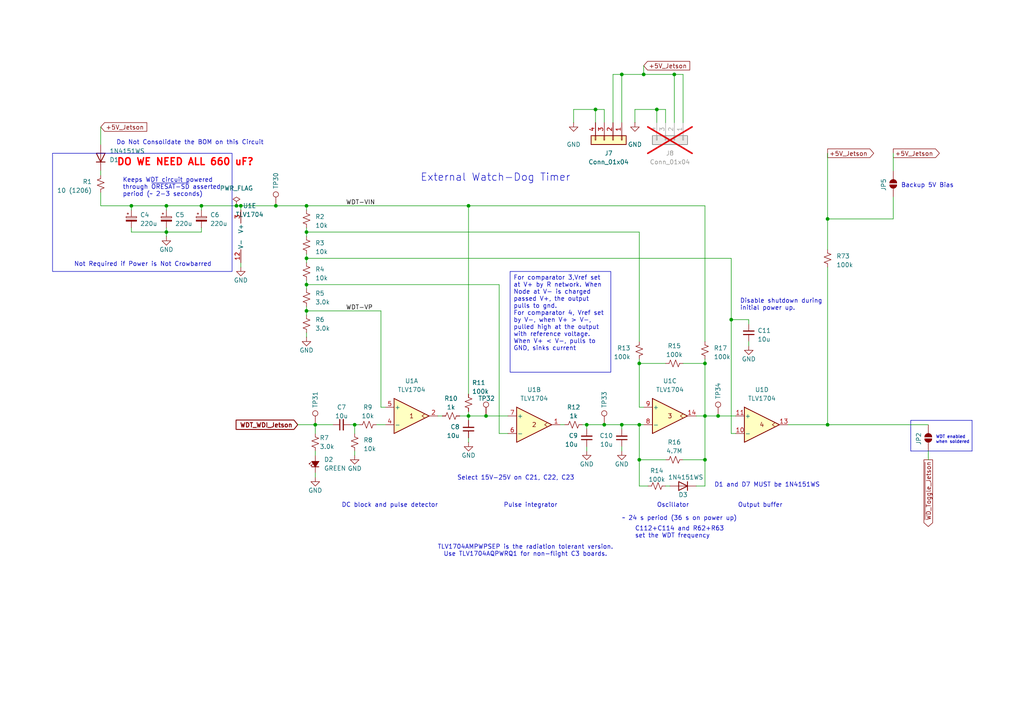
<source format=kicad_sch>
(kicad_sch (version 20250114) (generator "eeschema") (generator_version "9.0")
  (paper "A4")
  (lib_symbols
    (symbol "Connector:TestPoint" (pin_numbers (hide yes)) (pin_names (offset 0.762) (hide yes))
      (property "Reference" "TP" (at 0 6.858 0))
      (property "Value" "TestPoint" (at 0 5.08 0))
      (symbol "TestPoint_0_1"
        (circle (center 0 3.302) (radius 0.762))
      )
      (symbol "TestPoint_1_1"
        (pin passive line (at 0 0 90) (length 2.54) (name "1") (number "1"))
      )
    )
    (symbol "Connector_Generic:Conn_01x04" (pin_names (offset 1.016) (hide yes))
      (property "Reference" "J" (at 0 5.08 0))
      (property "Value" "Conn_01x04" (at 0 -7.62 0))
      (symbol "Conn_01x04_1_1"
        (rectangle (start -1.27 3.81) (end 1.27 -6.35) (stroke (width 0.254)) (fill (type background)))
        (rectangle (start -1.27 2.667) (end 0 2.413) (stroke (width 0.1524)))
        (rectangle (start -1.27 0.127) (end 0 -0.127) (stroke (width 0.1524)))
        (rectangle (start -1.27 -2.413) (end 0 -2.667) (stroke (width 0.1524)))
        (rectangle (start -1.27 -4.953) (end 0 -5.207) (stroke (width 0.1524)))
        (pin passive line (at -5.08 2.54 0) (length 3.81) (name "Pin_1") (number "1"))
        (pin passive line (at -5.08 0 0) (length 3.81) (name "Pin_2") (number "2"))
        (pin passive line (at -5.08 -2.54 0) (length 3.81) (name "Pin_3") (number "3"))
        (pin passive line (at -5.08 -5.08 0) (length 3.81) (name "Pin_4") (number "4"))
      )
    )
    (symbol "Device:C_Polarized_Small" (pin_numbers (hide yes)) (pin_names (offset 0.254) (hide yes))
      (property "Reference" "C" (at 0.254 1.778 0))
      (property "Value" "C_Polarized_Small" (at 0.254 -2.032 0))
      (symbol "C_Polarized_Small_0_1"
        (rectangle (start -1.524 0.6858) (end 1.524 0.3048))
        (rectangle (start -1.524 -0.3048) (end 1.524 -0.6858) (fill (type outline)))
        (polyline (pts (xy -1.27 1.524) (xy -0.762 1.524)))
        (polyline (pts (xy -1.016 1.27) (xy -1.016 1.778)))
      )
      (symbol "C_Polarized_Small_1_1"
        (pin passive line (at 0 2.54 270) (length 1.8542) (name "~") (number "1"))
        (pin passive line (at 0 -2.54 90) (length 1.8542) (name "~") (number "2"))
      )
    )
    (symbol "Device:C_Small" (pin_numbers (hide yes)) (pin_names (offset 0.254) (hide yes))
      (property "Reference" "C" (at 0.254 1.778 0))
      (property "Value" "C_Small" (at 0.254 -2.032 0))
      (symbol "C_Small_0_1"
        (polyline (pts (xy -1.524 0.508) (xy 1.524 0.508)) (stroke (width 0.3048)))
        (polyline (pts (xy -1.524 -0.508) (xy 1.524 -0.508)) (stroke (width 0.3302)))
      )
      (symbol "C_Small_1_1"
        (pin passive line (at 0 2.54 270) (length 2.032) (name "~") (number "1"))
        (pin passive line (at 0 -2.54 90) (length 2.032) (name "~") (number "2"))
      )
    )
    (symbol "Device:D" (pin_numbers (hide yes)) (pin_names (offset 1.016) (hide yes))
      (property "Reference" "D" (at 0 2.54 0))
      (property "Value" "D" (at 0 -2.54 0))
      (symbol "D_0_1"
        (polyline (pts (xy -1.27 1.27) (xy -1.27 -1.27)) (stroke (width 0.254)))
        (polyline (pts (xy 1.27 1.27) (xy 1.27 -1.27) (xy -1.27 0) (xy 1.27 1.27)) (stroke (width 0.254)))
        (polyline (pts (xy 1.27 0) (xy -1.27 0)))
      )
      (symbol "D_1_1"
        (pin passive line (at -3.81 0 0) (length 2.54) (name "K") (number "1"))
        (pin passive line (at 3.81 0 180) (length 2.54) (name "A") (number "2"))
      )
    )
    (symbol "Device:LED_Small_Filled" (pin_numbers (hide yes)) (pin_names (offset 0.254) (hide yes))
      (property "Reference" "D" (at -1.27 3.175 0))
      (property "Value" "LED_Small_Filled" (at -4.445 -2.54 0))
      (symbol "LED_Small_Filled_0_1"
        (polyline (pts (xy -0.762 -1.016) (xy -0.762 1.016)) (stroke (width 0.254)))
        (polyline (pts (xy 0 0.762) (xy -0.508 1.27) (xy -0.254 1.27) (xy -0.508 1.27) (xy -0.508 1.016)))
        (polyline (pts (xy 0.508 1.27) (xy 0 1.778) (xy 0.254 1.778) (xy 0 1.778) (xy 0 1.524)))
        (polyline (pts (xy 0.762 -1.016) (xy -0.762 0) (xy 0.762 1.016) (xy 0.762 -1.016)) (stroke (width 0.254)) (fill (type outline)))
        (polyline (pts (xy 1.016 0) (xy -0.762 0)))
      )
      (symbol "LED_Small_Filled_1_1"
        (pin passive line (at -2.54 0 0) (length 1.778) (name "K") (number "1"))
        (pin passive line (at 2.54 0 180) (length 1.778) (name "A") (number "2"))
      )
    )
    (symbol "Device:R_Small_US" (pin_numbers (hide yes)) (pin_names (offset 0.254) (hide yes))
      (property "Reference" "R" (at 0.762 0.508 0))
      (property "Value" "R_Small_US" (at 0.762 -1.016 0))
      (symbol "R_Small_US_1_1"
        (polyline (pts (xy 0 1.524) (xy 1.016 1.143) (xy 0 0.762) (xy -1.016 0.381) (xy 0 0)))
        (polyline (pts (xy 0 0) (xy 1.016 -0.381) (xy 0 -0.762) (xy -1.016 -1.143) (xy 0 -1.524)))
        (pin passive line (at 0 2.54 270) (length 1.016) (name "~") (number "1"))
        (pin passive line (at 0 -2.54 90) (length 1.016) (name "~") (number "2"))
      )
    )
    (symbol "Jumper:SolderJumper_2_Open" (pin_numbers (hide yes)) (pin_names (offset 0) (hide yes)) (exclude_from_sim yes) (in_bom no)
      (property "Reference" "JP" (at 0 2.032 0))
      (property "Value" "SolderJumper_2_Open" (at 0 -2.54 0))
      (symbol "SolderJumper_2_Open_0_1"
        (polyline (pts (xy -0.254 1.016) (xy -0.254 -1.016)))
        (arc (start -0.254 -1.016) (mid -1.2656 0) (end -0.254 1.016))
        (arc (start -0.254 -1.016) (mid -1.2656 0) (end -0.254 1.016) (fill (type outline)))
        (arc (start 0.254 1.016) (mid 1.2656 0) (end 0.254 -1.016))
        (arc (start 0.254 1.016) (mid 1.2656 0) (end 0.254 -1.016) (fill (type outline)))
        (polyline (pts (xy 0.254 1.016) (xy 0.254 -1.016)))
      )
      (symbol "SolderJumper_2_Open_1_1"
        (pin passive line (at -3.81 0 0) (length 2.54) (name "A") (number "1"))
        (pin passive line (at 3.81 0 180) (length 2.54) (name "B") (number "2"))
      )
    )
    (symbol "TLV1704:TLV1704AIPWR" (pin_names (offset 0.127))
      (property "Reference" "U4" (at 0 8.89 0))
      (property "Value" "TLV1704" (at 0 6.35 0))
      (symbol "TLV1704AIPWR_1_1"
        (polyline (pts (xy -5.08 5.08) (xy 5.08 0) (xy -5.08 -5.08) (xy -5.08 5.08)) (stroke (width 0.254)) (fill (type background)))
        (polyline (pts (xy 3.048 0) (xy 3.81 -0.635)))
        (polyline (pts (xy 3.81 0.635) (xy 3.048 0)))
        (text "1" (at 0 0 0) (effects (font (size 1.27 1.27))))
        (pin input line (at -7.62 2.54 0) (length 2.54) (name "+") (number "5"))
        (pin input line (at -7.62 -2.54 0) (length 2.54) (name "-") (number "4"))
        (pin open_collector line (at 7.62 0 180) (length 2.54) (name "~") (number "2"))
      )
      (symbol "TLV1704AIPWR_2_1"
        (polyline (pts (xy -5.08 5.08) (xy 5.08 0) (xy -5.08 -5.08) (xy -5.08 5.08)) (stroke (width 0.254)) (fill (type background)))
        (polyline (pts (xy 3.048 0) (xy 3.81 -0.635)))
        (polyline (pts (xy 3.81 0.635) (xy 3.048 0)))
        (text "2" (at 0 0 0) (effects (font (size 1.27 1.27))))
        (pin input line (at -7.62 2.54 0) (length 2.54) (name "+") (number "7"))
        (pin input line (at -7.62 -2.54 0) (length 2.54) (name "-") (number "6"))
        (pin open_collector line (at 7.62 0 180) (length 2.54) (name "~") (number "1"))
      )
      (symbol "TLV1704AIPWR_3_1"
        (polyline (pts (xy -5.08 5.08) (xy 5.08 0) (xy -5.08 -5.08) (xy -5.08 5.08)) (stroke (width 0.254)) (fill (type background)))
        (polyline (pts (xy 3.048 0) (xy 3.81 -0.635)))
        (polyline (pts (xy 3.81 0.635) (xy 3.048 0)))
        (text "3" (at 0 0 0) (effects (font (size 1.27 1.27))))
        (pin input line (at -7.62 2.54 0) (length 2.54) (name "+") (number "9"))
        (pin input line (at -7.62 -2.54 0) (length 2.54) (name "-") (number "8"))
        (pin open_collector line (at 7.62 0 180) (length 2.54) (name "~") (number "14"))
      )
      (symbol "TLV1704AIPWR_4_1"
        (polyline (pts (xy -5.08 5.08) (xy 5.08 0) (xy -5.08 -5.08) (xy -5.08 5.08)) (stroke (width 0.254)) (fill (type background)))
        (polyline (pts (xy 3.048 0) (xy 3.81 -0.635)))
        (polyline (pts (xy 3.81 0.635) (xy 3.048 0)))
        (text "4" (at 0 0 0) (effects (font (size 1.27 1.27))))
        (pin input line (at -7.62 2.54 0) (length 2.54) (name "+") (number "11"))
        (pin input line (at -7.62 -2.54 0) (length 2.54) (name "-") (number "10"))
        (pin open_collector line (at 7.62 0 180) (length 2.54) (name "~") (number "13"))
      )
      (symbol "TLV1704AIPWR_5_1"
        (pin power_in line (at -2.54 7.62 270) (length 3.81) (name "V+") (number "3"))
        (pin power_in line (at -2.54 -7.62 90) (length 3.81) (name "V-") (number "12"))
      )
    )
    (symbol "power:GND" (power) (pin_numbers (hide yes)) (pin_names (offset 0) (hide yes))
      (property "Value" "GND" (at 0 -3.81 0))
      (symbol "GND_0_1"
        (polyline (pts (xy 0 0) (xy 0 -1.27) (xy 1.27 -1.27) (xy 0 -2.54) (xy -1.27 -1.27) (xy 0 -1.27)))
      )
      (symbol "GND_1_1"
        (pin power_in line (at 0 0 270) (length 0) (name "~") (number "1"))
      )
    )
    (symbol "power:PWR_FLAG" (power) (pin_numbers (hide yes)) (pin_names (offset 0) (hide yes))
      (property "Value" "PWR_FLAG" (at 0 3.81 0))
      (symbol "PWR_FLAG_0_0"
        (pin power_out line (at 0 0 90) (length 0) (name "~") (number "1"))
      )
      (symbol "PWR_FLAG_0_1"
        (polyline (pts (xy 0 0) (xy 0 1.27) (xy -1.016 1.905) (xy 0 2.54) (xy 1.016 1.905) (xy 0 1.27)))
      )
    )
  )
  (rectangle (start 15.24 44.45) (end 67.31 78.74))
  (text "TLV1704AMPWPSEP is the radiation tolerant version.\nUse TLV1704AQPWRQ1 for non-flight C3 boards." (at 152.4 159.766 0) (effects (font (size 1.27 1.27))))
  (text "Keeps WDT circuit powered\nthrough ~{ORESAT-SD} asserted\nperiod (~ 2-3 seconds)" (at 35.56 57.15 0) (effects (font (size 1.27 1.27)) (justify left bottom)))
  (text "Oscillator" (at 190.5 147.32 0) (effects (font (size 1.27 1.27)) (justify left bottom)))
  (text "External Watch-Dog Timer" (at 121.92 52.832 0) (effects (font (size 2.159 2.159)) (justify left bottom)))
  (text "Backup 5V Bias" (at 268.986 53.848 0) (effects (font (size 1.27 1.27))))
  (text "Disable shutdown during\ninitial power up." (at 214.63 90.17 0) (effects (font (size 1.27 1.27)) (justify left bottom)))
  (text "Not Required if Power is Not Crowbarred " (at 41.91 76.708 0) (effects (font (size 1.27 1.27))))
  (text "Pulse integrator" (at 146.05 147.32 0) (effects (font (size 1.27 1.27)) (justify left bottom)))
  (text "C112+C114 and R62+R63 \nset the WDT frequency" (at 184.15 156.21 0) (effects (font (size 1.27 1.27)) (justify left bottom)))
  (text "DO WE NEED ALL 660 uF?" (at 33.782 48.26 0) (effects (font (size 2 2) (thickness 0.4) (bold yes)) (justify left bottom)))
  (text "~ 24 s period (36 s on power up)" (at 180.34 151.13 0) (effects (font (size 1.27 1.27)) (justify left bottom)))
  (text "D1 and D7 MUST be 1N4151WS" (at 222.504 140.716 0) (effects (font (size 1.27 1.27))))
  (text "Do Not Consolidate the BOM on this Circuit" (at 55.118 41.402 0) (effects (font (size 1.27 1.27))))
  (text "Select 15V-25V on C21, C22, C23" (at 149.606 138.684 0) (effects (font (size 1.27 1.27))))
  (text "Output buffer" (at 213.995 147.32 0) (effects (font (size 1.27 1.27)) (justify left bottom)))
  (text "WDT enabled\nwhen soldered" (at 271.399 128.778 0) (effects (font (size 0.889 0.889)) (justify left bottom)))
  (text "DC block and pulse detector" (at 99.06 147.32 0) (effects (font (size 1.27 1.27)) (justify left bottom)))
  (text_box "For comparator 3,Vref set at V+ by R network. When Node at V- is charged passed V+, the output pulls to gnd.\nFor comparator 4, Vref set by V-, when V+ > V-, pulled high at the output with reference voltage. When V+ < V-, pulls to GND, sinks current\n\n" (at 147.955 78.74 0) (size 29.21 29.21) (margins 0.9525 0.9525 0.9525 0.9525) (effects (font (size 1.27 1.27)) (justify left top)))
  (junction (at 102.87 123.19))
  (junction (at 180.34 21.59))
  (junction (at 204.47 120.65))
  (junction (at 88.9 74.93))
  (junction (at 204.47 105.41))
  (junction (at 88.9 90.17))
  (junction (at 186.69 21.59))
  (junction (at 204.47 133.35))
  (junction (at 185.42 105.41))
  (junction (at 240.03 123.19))
  (junction (at 185.42 133.35))
  (junction (at 58.42 59.69))
  (junction (at 180.34 123.19))
  (junction (at 240.03 63.5))
  (junction (at 172.72 31.75))
  (junction (at 80.01 59.69))
  (junction (at 135.89 59.69))
  (junction (at 48.26 59.69))
  (junction (at 195.58 21.59))
  (junction (at 38.1 59.69))
  (junction (at 185.42 123.19))
  (junction (at 68.58 59.69))
  (junction (at 88.9 59.69))
  (junction (at 91.44 123.19))
  (junction (at 175.26 123.19))
  (junction (at 69.85 59.69))
  (junction (at 170.18 123.19))
  (junction (at 212.09 92.71))
  (junction (at 48.26 67.31))
  (junction (at 190.5 31.75))
  (junction (at 140.97 120.65))
  (junction (at 135.89 120.65))
  (junction (at 88.9 67.31))
  (junction (at 208.28 120.65))
  (junction (at 88.9 82.55))
  (wire (pts (xy 58.42 66.04) (xy 58.42 67.31)))
  (wire (pts (xy 88.9 82.55) (xy 88.9 83.82)))
  (wire (pts (xy 58.42 59.69) (xy 68.58 59.69)))
  (wire (pts (xy 68.58 59.69) (xy 69.85 59.69)))
  (wire (pts (xy 88.9 90.17) (xy 88.9 91.44)))
  (wire (pts (xy 48.26 67.31) (xy 48.26 68.58)))
  (wire (pts (xy 217.17 100.33) (xy 217.17 99.06)))
  (wire (pts (xy 172.72 31.75) (xy 166.37 31.75)))
  (wire (pts (xy 180.34 123.19) (xy 185.42 123.19)))
  (wire (pts (xy 69.85 77.47) (xy 69.85 76.2)))
  (wire (pts (xy 180.34 21.59) (xy 186.69 21.59)))
  (wire (pts (xy 88.9 90.17) (xy 110.49 90.17)))
  (wire (pts (xy 204.47 120.65) (xy 208.28 120.65)))
  (wire (pts (xy 135.89 120.65) (xy 140.97 120.65)))
  (wire (pts (xy 204.47 140.97) (xy 204.47 133.35)))
  (wire (pts (xy 140.97 120.65) (xy 147.32 120.65)))
  (wire (pts (xy 88.9 82.55) (xy 144.78 82.55)))
  (wire (pts (xy 110.49 90.17) (xy 110.49 118.11)))
  (wire (pts (xy 162.56 123.19) (xy 163.83 123.19)))
  (wire (pts (xy 88.9 67.31) (xy 185.42 67.31)))
  (wire (pts (xy 184.15 31.75) (xy 184.15 35.56)))
  (wire (pts (xy 212.09 92.71) (xy 217.17 92.71)))
  (wire (pts (xy 48.26 67.31) (xy 58.42 67.31)))
  (wire (pts (xy 88.9 81.28) (xy 88.9 82.55)))
  (wire (pts (xy 177.8 21.59) (xy 180.34 21.59)))
  (wire (pts (xy 190.5 35.56) (xy 190.5 31.75)))
  (wire (pts (xy 212.09 92.71) (xy 212.09 125.73)))
  (wire (pts (xy 86.36 123.19) (xy 91.44 123.19)))
  (wire (pts (xy 204.47 104.14) (xy 204.47 105.41)))
  (wire (pts (xy 217.17 93.98) (xy 217.17 92.71)))
  (wire (pts (xy 201.93 120.65) (xy 204.47 120.65)))
  (wire (pts (xy 193.04 140.97) (xy 194.31 140.97)))
  (wire (pts (xy 38.1 59.69) (xy 48.26 59.69)))
  (wire (pts (xy 177.8 35.56) (xy 177.8 21.59)))
  (wire (pts (xy 102.87 130.81) (xy 102.87 132.08)))
  (wire (pts (xy 204.47 105.41) (xy 204.47 120.65)))
  (wire (pts (xy 133.35 120.65) (xy 135.89 120.65)))
  (wire (pts (xy 190.5 31.75) (xy 184.15 31.75)))
  (wire (pts (xy 175.26 31.75) (xy 175.26 35.56)))
  (wire (pts (xy 185.42 140.97) (xy 187.96 140.97)))
  (wire (pts (xy 240.03 77.47) (xy 240.03 123.19)))
  (wire (pts (xy 198.12 35.56) (xy 198.12 21.59)))
  (wire (pts (xy 29.21 59.69) (xy 38.1 59.69)))
  (wire (pts (xy 269.24 130.81) (xy 269.24 133.35)))
  (wire (pts (xy 29.21 36.83) (xy 29.21 41.91)))
  (wire (pts (xy 88.9 88.9) (xy 88.9 90.17)))
  (wire (pts (xy 228.6 123.19) (xy 240.03 123.19)))
  (wire (pts (xy 185.42 104.14) (xy 185.42 105.41)))
  (wire (pts (xy 172.72 35.56) (xy 172.72 31.75)))
  (wire (pts (xy 185.42 140.97) (xy 185.42 133.35)))
  (wire (pts (xy 135.89 128.27) (xy 135.89 127)))
  (wire (pts (xy 88.9 73.66) (xy 88.9 74.93)))
  (wire (pts (xy 91.44 125.73) (xy 91.44 123.19)))
  (wire (pts (xy 170.18 123.19) (xy 175.26 123.19)))
  (wire (pts (xy 259.08 57.15) (xy 259.08 63.5)))
  (wire (pts (xy 201.93 140.97) (xy 204.47 140.97)))
  (wire (pts (xy 240.03 63.5) (xy 240.03 72.39)))
  (wire (pts (xy 185.42 99.06) (xy 185.42 67.31)))
  (wire (pts (xy 91.44 130.81) (xy 91.44 132.08)))
  (polyline (pts (xy 264.16 121.92) (xy 281.94 121.92)))
  (wire (pts (xy 175.26 123.19) (xy 180.34 123.19)))
  (polyline (pts (xy 264.16 130.81) (xy 264.16 121.92)))
  (wire (pts (xy 193.04 31.75) (xy 193.04 35.56)))
  (wire (pts (xy 185.42 118.11) (xy 185.42 105.41)))
  (wire (pts (xy 58.42 60.96) (xy 58.42 59.69)))
  (wire (pts (xy 193.04 133.35) (xy 185.42 133.35)))
  (wire (pts (xy 69.85 59.69) (xy 80.01 59.69)))
  (wire (pts (xy 135.89 59.69) (xy 135.89 114.3)))
  (wire (pts (xy 135.89 120.65) (xy 135.89 121.92)))
  (wire (pts (xy 208.28 120.65) (xy 213.36 120.65)))
  (wire (pts (xy 102.87 123.19) (xy 102.87 125.73)))
  (wire (pts (xy 135.89 120.65) (xy 135.89 119.38)))
  (wire (pts (xy 29.21 49.53) (xy 29.21 50.8)))
  (wire (pts (xy 212.09 74.93) (xy 212.09 92.71)))
  (wire (pts (xy 48.26 66.04) (xy 48.26 67.31)))
  (wire (pts (xy 198.12 133.35) (xy 204.47 133.35)))
  (wire (pts (xy 88.9 74.93) (xy 212.09 74.93)))
  (wire (pts (xy 240.03 123.19) (xy 269.24 123.19)))
  (wire (pts (xy 69.85 60.96) (xy 69.85 59.69)))
  (wire (pts (xy 88.9 67.31) (xy 88.9 68.58)))
  (wire (pts (xy 80.01 59.69) (xy 88.9 59.69)))
  (wire (pts (xy 88.9 96.52) (xy 88.9 97.79)))
  (wire (pts (xy 135.89 59.69) (xy 88.9 59.69)))
  (wire (pts (xy 170.18 123.19) (xy 170.18 124.46)))
  (wire (pts (xy 198.12 105.41) (xy 204.47 105.41)))
  (wire (pts (xy 180.34 124.46) (xy 180.34 123.19)))
  (wire (pts (xy 135.89 59.69) (xy 204.47 59.69)))
  (polyline (pts (xy 281.94 121.92) (xy 281.94 130.81)))
  (wire (pts (xy 88.9 60.96) (xy 88.9 59.69)))
  (wire (pts (xy 48.26 67.31) (xy 38.1 67.31)))
  (wire (pts (xy 91.44 138.43) (xy 91.44 137.16)))
  (wire (pts (xy 185.42 133.35) (xy 185.42 123.19)))
  (wire (pts (xy 88.9 74.93) (xy 88.9 76.2)))
  (wire (pts (xy 144.78 125.73) (xy 147.32 125.73)))
  (wire (pts (xy 180.34 130.81) (xy 180.34 129.54)))
  (wire (pts (xy 144.78 82.55) (xy 144.78 125.73)))
  (wire (pts (xy 185.42 105.41) (xy 193.04 105.41)))
  (wire (pts (xy 48.26 59.69) (xy 58.42 59.69)))
  (wire (pts (xy 240.03 44.45) (xy 240.03 63.5)))
  (wire (pts (xy 48.26 59.69) (xy 48.26 60.96)))
  (wire (pts (xy 166.37 31.75) (xy 166.37 35.56)))
  (wire (pts (xy 127 120.65) (xy 128.27 120.65)))
  (wire (pts (xy 168.91 123.19) (xy 170.18 123.19)))
  (wire (pts (xy 195.58 21.59) (xy 186.69 21.59)))
  (wire (pts (xy 29.21 55.88) (xy 29.21 59.69)))
  (wire (pts (xy 190.5 31.75) (xy 193.04 31.75)))
  (wire (pts (xy 172.72 31.75) (xy 175.26 31.75)))
  (wire (pts (xy 170.18 130.81) (xy 170.18 129.54)))
  (wire (pts (xy 186.69 118.11) (xy 185.42 118.11)))
  (wire (pts (xy 259.08 44.45) (xy 259.08 49.53)))
  (wire (pts (xy 198.12 21.59) (xy 195.58 21.59)))
  (wire (pts (xy 101.6 123.19) (xy 102.87 123.19)))
  (wire (pts (xy 102.87 123.19) (xy 104.14 123.19)))
  (wire (pts (xy 204.47 99.06) (xy 204.47 59.69)))
  (wire (pts (xy 195.58 35.56) (xy 195.58 21.59)))
  (wire (pts (xy 38.1 59.69) (xy 38.1 60.96)))
  (wire (pts (xy 186.69 21.59) (xy 186.69 19.05)))
  (wire (pts (xy 212.09 125.73) (xy 213.36 125.73)))
  (wire (pts (xy 204.47 133.35) (xy 204.47 120.65)))
  (wire (pts (xy 180.34 21.59) (xy 180.34 35.56)))
  (wire (pts (xy 88.9 66.04) (xy 88.9 67.31)))
  (wire (pts (xy 259.08 63.5) (xy 240.03 63.5)))
  (polyline (pts (xy 281.94 130.81) (xy 264.16 130.81)))
  (wire (pts (xy 38.1 66.04) (xy 38.1 67.31)))
  (wire (pts (xy 185.42 123.19) (xy 186.69 123.19)))
  (wire (pts (xy 91.44 123.19) (xy 96.52 123.19)))
  (wire (pts (xy 110.49 118.11) (xy 111.76 118.11)))
  (wire (pts (xy 109.22 123.19) (xy 111.76 123.19)))
  (label "WDT-VP" (at 100.33 90.17 0))
  (label "WDT-VIN" (at 100.33 59.69 0))
  (global_label "+5V_Jetson" (shape input) (at 29.21 36.83 0) (property "Intersheetrefs" "${INTERSHEET_REFS}" (effects (hide yes))))
  (global_label "+5V_Jetson" (shape output) (at 240.03 44.45 0) (property "Intersheetrefs" "${INTERSHEET_REFS}" (effects (hide yes))))
  (global_label "~{WD_Toggle_Jetson}" (shape output) (at 269.24 133.35 270) (property "Intersheetrefs" "${INTERSHEET_REFS}" (effects (hide yes))))
  (global_label "+5V_Jetson" (shape output) (at 259.08 44.45 0) (property "Intersheetrefs" "${INTERSHEET_REFS}" (effects (hide yes))))
  (global_label "WDT_WDI_Jetson" (shape input) (at 86.36 123.19 180) (effects (font (thickness 0.254) (bold yes))) (property "Intersheetrefs" "${INTERSHEET_REFS}" (effects (hide yes))))
  (global_label "+5V_Jetson" (shape input) (at 186.69 19.05 0) (property "Intersheetrefs" "${INTERSHEET_REFS}" (effects (hide yes))))
  (symbol (lib_id "Device:C_Small") (at 135.89 124.46 0) (mirror x) (unit 1)
    (property "Reference" "C8" (at 133.35 123.8186 0) (effects (justify right)))
    (property "Value" "10u" (at 133.35 126.3586 0) (effects (justify right)))
    (property "Footprint" "Capacitor_SMD:C_1210_3225Metric" (effects (hide yes)))
    (property "Description" "Unpolarized capacitor, small symbol" (effects (hide yes)))
    (property "DPN" "490-12317-1-ND" (effects (hide yes)))
    (property "DST" "Digi-Key" (effects (hide yes)))
    (property "MFR" "Murata" (effects (hide yes)))
    (property "MPN" "GRT188R61C106KE13D" (effects (hide yes)))
  )
  (symbol (lib_id "Device:R_Small_US") (at 91.44 128.27 0) (unit 1)
    (property "Reference" "R7" (at 92.71 127 0) (effects (justify left)))
    (property "Value" "3.0k" (at 92.71 129.54 0) (effects (justify left)))
    (property "Footprint" "Resistor_SMD:R_0603_1608Metric" (effects (hide yes)))
    (property "Description" "Resistor, small US symbol" (effects (hide yes)))
    (property "DPN" "RMCF0603FT3K00CT-ND" (effects (hide yes)))
    (property "DST" "Digi-Key" (effects (hide yes)))
    (property "MFR" "Stackpole Electronics Inc" (effects (hide yes)))
    (property "MPN" "RMCF0603FT3K00" (effects (hide yes)))
  )
  (symbol (lib_id "Connector_Generic:Conn_01x04") (at 195.58 40.64 270) (unit 1) (on_board no) (dnp yes)
    (property "Reference" "J8" (at 194.31 44.45 90))
    (property "Value" "Conn_01x04" (at 194.31 46.99 90))
    (property "Footprint" "Connector_PinSocket_2.54mm:PinSocket_1x04_P2.54mm_Vertical" (effects (hide yes)))
    (property "Description" "Generic connector, single row, 01x04, script generated (kicad-library-utils/schlib/autogen/connector/)" (effects (hide yes)))
  )
  (symbol (lib_id "power:GND") (at 170.18 130.81 0) (mirror y) (unit 1)
    (property "Reference" "#PWR011" (effects (hide yes)))
    (property "Value" "GND" (at 170.18 134.62 0))
    (property "Description" "Power symbol creates a global label with name \"GND\" , ground" (effects (hide yes)))
  )
  (symbol (lib_id "power:GND") (at 102.87 132.08 0) (unit 1)
    (property "Reference" "#PWR08" (effects (hide yes)))
    (property "Value" "GND" (at 102.87 135.89 0))
    (property "Description" "Power symbol creates a global label with name \"GND\" , ground" (effects (hide yes)))
  )
  (symbol (lib_id "Device:D") (at 29.21 45.72 270) (mirror x) (unit 1)
    (property "Reference" "D1" (at 31.75 46.355 90) (effects (justify left)))
    (property "Value" "1N4151WS" (at 31.75 43.815 90) (effects (justify left)))
    (property "Footprint" "Diode_SMD:D_SOD-323" (effects (hide yes)))
    (property "Description" "Diode" (effects (hide yes)))
    (property "DPN" "112-1N4151WS-E3-08CT-ND" (effects (hide yes)))
    (property "DST" "Digi-Key" (effects (hide yes)))
    (property "MFR" "Vishay" (effects (hide yes)))
    (property "MPN" "1N4151WS-E3-08" (effects (hide yes)))
    (property "Sim.Device" "D" (effects (hide yes)))
    (property "Sim.Pins" "1=K 2=A" (effects (hide yes)))
  )
  (symbol (lib_id "TLV1704:TLV1704AIPWR") (at 72.39 68.58 0) (unit 5)
    (property "Reference" "U1" (at 72.39 59.69 0))
    (property "Value" "TLV1704" (at 72.39 62.23 0))
    (property "Footprint" "Package_SO:TSSOP-14_4.4x5mm_P0.65mm" (effects (hide yes)))
    (property "Datasheet" "https://www.ti.com/lit/ds/symlink/tlv1704-sep.pdf" (effects (hide yes)))
    (property "Description" "Analog Comparators 2.2-V to 36-V, radiation tolerant microPower quad comparator in space enhanced plastic 14-TSSOP -55 to 125" (effects (hide yes)))
    (property "MFR" "Texas Instruments" (effects (hide yes)))
    (property "MPN" "TLV1704AQPWRQ1" (effects (hide yes)))
    (property "DST" "Digi-Key" (effects (hide yes)))
    (property "DPN" "296-43799-2-ND" (effects (hide yes)))
  )
  (symbol (lib_id "Connector:TestPoint") (at 175.26 123.19 0) (unit 1)
    (property "Reference" "TP33" (at 175.26 118.364 90) (effects (justify left)))
    (property "Value" "TestPoint" (effects (hide yes)))
    (property "Footprint" "TestPoint:TestPoint_Pad_1.0x1.0mm" (effects (hide yes)))
    (property "Description" "test point" (effects (hide yes)))
  )
  (symbol (lib_id "Device:R_Small_US") (at 88.9 71.12 0) (unit 1)
    (property "Reference" "R3" (at 91.44 70.485 0) (effects (justify left)))
    (property "Value" "10k" (at 91.44 73.025 0) (effects (justify left)))
    (property "Footprint" "Resistor_SMD:R_0603_1608Metric" (effects (hide yes)))
    (property "Description" "Resistor, small US symbol" (effects (hide yes)))
    (property "DPN" "RMCF0603FT10K0CT-ND" (effects (hide yes)))
    (property "DST" "Digi-Key" (effects (hide yes)))
    (property "MFR" "Stackpole Electronics Inc" (effects (hide yes)))
    (property "MPN" "RMCF0603FT10K0" (effects (hide yes)))
  )
  (symbol (lib_id "Connector_Generic:Conn_01x04") (at 177.8 40.64 270) (unit 1)
    (property "Reference" "J7" (at 176.53 44.45 90))
    (property "Value" "Conn_01x04" (at 176.53 46.99 90))
    (property "Footprint" "Connector_PinSocket_2.54mm:PinSocket_1x04_P2.54mm_Vertical" (effects (hide yes)))
    (property "Description" "Generic connector, single row, 01x04, script generated (kicad-library-utils/schlib/autogen/connector/)" (effects (hide yes)))
  )
  (symbol (lib_id "Connector:TestPoint") (at 80.01 59.69 0) (unit 1)
    (property "Reference" "TP30" (at 80.01 54.864 90) (effects (justify left)))
    (property "Value" "TestPoint" (effects (hide yes)))
    (property "Footprint" "TestPoint:TestPoint_Pad_1.0x1.0mm" (effects (hide yes)))
    (property "Description" "test point" (effects (hide yes)))
  )
  (symbol (lib_id "Jumper:SolderJumper_2_Open") (at 269.24 127 270) (unit 1)
    (property "Reference" "JP2" (at 266.446 127.254 0))
    (property "Value" "SolderJumper_2_Open" (effects (hide yes)))
    (property "Footprint" "Jumper:SolderJumper-2_P1.3mm_Open_RoundedPad1.0x1.5mm" (effects (hide yes)))
    (property "Description" "Solder Jumper, 2-pole, open" (effects (hide yes)))
  )
  (symbol (lib_id "Device:R_Small_US") (at 185.42 101.6 0) (mirror x) (unit 1)
    (property "Reference" "R13" (at 182.88 100.965 0) (effects (justify right)))
    (property "Value" "100k" (at 182.88 103.505 0) (effects (justify right)))
    (property "Footprint" "Resistor_SMD:R_0603_1608Metric" (effects (hide yes)))
    (property "Description" "Resistor, small US symbol" (effects (hide yes)))
    (property "DPN" "RMCF0603FT100KCT-ND" (effects (hide yes)))
    (property "DST" "Digi-Key" (effects (hide yes)))
    (property "MFR" "Stackpole Electronics Inc" (effects (hide yes)))
    (property "MPN" "RMCF0603FT100K" (effects (hide yes)))
  )
  (symbol (lib_id "Device:R_Small_US") (at 240.03 74.93 180) (unit 1)
    (property "Reference" "R73" (at 242.57 74.295 0) (effects (justify right)))
    (property "Value" "100k" (at 242.57 76.835 0) (effects (justify right)))
    (property "Footprint" "Resistor_SMD:R_0603_1608Metric" (effects (hide yes)))
    (property "Description" "Resistor, small US symbol" (effects (hide yes)))
    (property "DPN" "RMCF0603FT100KCT-ND" (effects (hide yes)))
    (property "DST" "Digi-Key" (effects (hide yes)))
    (property "MFR" "Stackpole Electronics Inc" (effects (hide yes)))
    (property "MPN" "RMCF0603FT100K" (effects (hide yes)))
  )
  (symbol (lib_id "Device:R_Small_US") (at 88.9 78.74 0) (unit 1)
    (property "Reference" "R4" (at 91.44 78.105 0) (effects (justify left)))
    (property "Value" "10k" (at 91.44 80.645 0) (effects (justify left)))
    (property "Footprint" "Resistor_SMD:R_0603_1608Metric" (effects (hide yes)))
    (property "Description" "Resistor, small US symbol" (effects (hide yes)))
    (property "DPN" "RMCF0603FT10K0CT-ND" (effects (hide yes)))
    (property "DST" "Digi-Key" (effects (hide yes)))
    (property "MFR" "Stackpole Electronics Inc" (effects (hide yes)))
    (property "MPN" "RMCF0603FT10K0" (effects (hide yes)))
  )
  (symbol (lib_id "Device:LED_Small_Filled") (at 91.44 134.62 90) (unit 1)
    (property "Reference" "D2" (at 93.98 133.2865 90) (effects (justify right)))
    (property "Value" "GREEN" (at 93.98 135.8265 90) (effects (justify right)))
    (property "Footprint" "LED_SMD:LED_0603_1608Metric" (effects (hide yes)))
    (property "Description" "Light emitting diode, small symbol, filled shape" (effects (hide yes)))
    (property "DPN" "732-4971-1-ND" (effects (hide yes)))
    (property "DST" "Digi-Key" (effects (hide yes)))
    (property "MFR" "Wurth" (effects (hide yes)))
    (property "MPN" "150060GS75000" (effects (hide yes)))
    (property "Sim.Pins" "1=K 2=A" (effects (hide yes)))
  )
  (symbol (lib_id "Device:R_Small_US") (at 88.9 63.5 0) (unit 1)
    (property "Reference" "R2" (at 91.44 62.865 0) (effects (justify left)))
    (property "Value" "10k" (at 91.44 65.405 0) (effects (justify left)))
    (property "Footprint" "Resistor_SMD:R_0603_1608Metric" (effects (hide yes)))
    (property "Description" "Resistor, small US symbol" (effects (hide yes)))
    (property "DPN" "RMCF0603FT10K0CT-ND" (effects (hide yes)))
    (property "DST" "Digi-Key" (effects (hide yes)))
    (property "MFR" "Stackpole Electronics Inc" (effects (hide yes)))
    (property "MPN" "RMCF0603FT10K0" (effects (hide yes)))
  )
  (symbol (lib_id "Device:C_Small") (at 170.18 127 0) (mirror x) (unit 1)
    (property "Reference" "C9" (at 167.64 126.3586 0) (effects (justify right)))
    (property "Value" "10u" (at 167.64 128.8986 0) (effects (justify right)))
    (property "Footprint" "Capacitor_SMD:C_1210_3225Metric" (effects (hide yes)))
    (property "Description" "Unpolarized capacitor, small symbol" (effects (hide yes)))
    (property "DPN" "490-12317-1-ND" (effects (hide yes)))
    (property "DST" "Digi-Key" (effects (hide yes)))
    (property "MFR" "Murata" (effects (hide yes)))
    (property "MPN" "GRT188R61C106KE13D" (effects (hide yes)))
  )
  (symbol (lib_id "power:PWR_FLAG") (at 68.58 59.69 0) (unit 1)
    (property "Reference" "#FLG03" (effects (hide yes)))
    (property "Value" "PWR_FLAG" (at 68.58 54.61 0))
    (property "Description" "Special symbol for telling ERC where power comes from" (effects (hide yes)))
  )
  (symbol (lib_id "Device:C_Small") (at 99.06 123.19 90) (unit 1)
    (property "Reference" "C7" (at 99.0663 118.11 90))
    (property "Value" "10u" (at 99.0663 120.65 90))
    (property "Footprint" "Capacitor_SMD:C_1210_3225Metric" (effects (hide yes)))
    (property "Description" "Unpolarized capacitor, small symbol" (effects (hide yes)))
    (property "DPN" "490-12317-1-ND" (effects (hide yes)))
    (property "DST" "Digi-Key" (effects (hide yes)))
    (property "MFR" "Murata" (effects (hide yes)))
    (property "MPN" "GRT188R61C106KE13D" (effects (hide yes)))
  )
  (symbol (lib_id "Connector:TestPoint") (at 140.97 120.65 0) (unit 1)
    (property "Reference" "TP32" (at 138.684 115.57 0) (effects (justify left)))
    (property "Value" "TestPoint" (effects (hide yes)))
    (property "Footprint" "TestPoint:TestPoint_Pad_1.0x1.0mm" (effects (hide yes)))
    (property "Description" "test point" (effects (hide yes)))
  )
  (symbol (lib_id "TLV1704:TLV1704AIPWR") (at 194.31 120.65 0) (unit 3)
    (property "Reference" "U1" (at 194.31 110.49 0))
    (property "Value" "TLV1704" (at 194.31 113.03 0))
    (property "Footprint" "Package_SO:TSSOP-14_4.4x5mm_P0.65mm" (effects (hide yes)))
    (property "Datasheet" "https://www.ti.com/lit/ds/symlink/tlv1704-sep.pdf" (effects (hide yes)))
    (property "Description" "Analog Comparators 2.2-V to 36-V, radiation tolerant microPower quad comparator in space enhanced plastic 14-TSSOP -55 to 125" (effects (hide yes)))
    (property "MFR" "Texas Instruments" (effects (hide yes)))
    (property "MPN" "TLV1704AQPWRQ1" (effects (hide yes)))
    (property "DST" "Digi-Key" (effects (hide yes)))
    (property "DPN" "296-43799-2-ND" (effects (hide yes)))
  )
  (symbol (lib_id "TLV1704:TLV1704AIPWR") (at 154.94 123.19 0) (unit 2)
    (property "Reference" "U1" (at 154.94 113.03 0))
    (property "Value" "TLV1704" (at 154.94 115.57 0))
    (property "Footprint" "Package_SO:TSSOP-14_4.4x5mm_P0.65mm" (effects (hide yes)))
    (property "Datasheet" "https://www.ti.com/lit/ds/symlink/tlv1704-sep.pdf" (effects (hide yes)))
    (property "Description" "Analog Comparators 2.2-V to 36-V, radiation tolerant microPower quad comparator in space enhanced plastic 14-TSSOP -55 to 125" (effects (hide yes)))
    (property "MFR" "Texas Instruments" (effects (hide yes)))
    (property "MPN" "TLV1704AQPWRQ1" (effects (hide yes)))
    (property "DST" "Digi-Key" (effects (hide yes)))
    (property "DPN" "296-43799-2-ND" (effects (hide yes)))
  )
  (symbol (lib_id "Device:R_Small_US") (at 88.9 86.36 0) (unit 1)
    (property "Reference" "R5" (at 91.44 85.09 0) (effects (justify left)))
    (property "Value" "3.0k" (at 91.44 87.63 0) (effects (justify left)))
    (property "Footprint" "Resistor_SMD:R_0603_1608Metric" (effects (hide yes)))
    (property "Description" "Resistor, small US symbol" (effects (hide yes)))
    (property "DPN" "RMCF0603FT3K00CT-ND" (effects (hide yes)))
    (property "DST" "Digi-Key" (effects (hide yes)))
    (property "MFR" "Stackpole Electronics Inc" (effects (hide yes)))
    (property "MPN" "RMCF0603FT3K00" (effects (hide yes)))
  )
  (symbol (lib_id "Device:R_Small_US") (at 88.9 93.98 0) (unit 1)
    (property "Reference" "R6" (at 91.44 92.71 0) (effects (justify left)))
    (property "Value" "3.0k" (at 91.44 95.25 0) (effects (justify left)))
    (property "Footprint" "Resistor_SMD:R_0603_1608Metric" (effects (hide yes)))
    (property "Description" "Resistor, small US symbol" (effects (hide yes)))
    (property "DPN" "RMCF0603FT3K00CT-ND" (effects (hide yes)))
    (property "DST" "Digi-Key" (effects (hide yes)))
    (property "MFR" "Stackpole Electronics Inc" (effects (hide yes)))
    (property "MPN" "RMCF0603FT3K00" (effects (hide yes)))
  )
  (symbol (lib_id "power:GND") (at 135.89 128.27 0) (unit 1)
    (property "Reference" "#PWR09" (effects (hide yes)))
    (property "Value" "GND" (at 135.89 132.08 0))
    (property "Description" "Power symbol creates a global label with name \"GND\" , ground" (effects (hide yes)))
  )
  (symbol (lib_id "Device:C_Polarized_Small") (at 38.1 63.5 0) (unit 1)
    (property "Reference" "C4" (at 40.64 62.3189 0) (effects (justify left)))
    (property "Value" "220u" (at 40.64 64.8589 0) (effects (justify left)))
    (property "Footprint" "Capacitor_Tantalum_SMD:CP_EIA-7361-38_AVX-V" (effects (hide yes)))
    (property "Description" "Polarized capacitor, small symbol" (effects (hide yes)))
    (property "DPN" "478-12518-2-ND" (effects (hide yes)))
    (property "DST" "Digi-Key" (effects (hide yes)))
    (property "MFR" "Kyocera AVX" (effects (hide yes)))
    (property "MPN" "TCN4227M025R0100" (effects (hide yes)))
  )
  (symbol (lib_id "Device:R_Small_US") (at 190.5 140.97 270) (unit 1)
    (property "Reference" "R14" (at 190.5 136.525 90))
    (property "Value" "100k" (at 190.5 139.065 90))
    (property "Footprint" "Resistor_SMD:R_0603_1608Metric" (effects (hide yes)))
    (property "Description" "Resistor, small US symbol" (effects (hide yes)))
    (property "DPN" "RMCF0603FT100KCT-ND" (effects (hide yes)))
    (property "DST" "Digi-Key" (effects (hide yes)))
    (property "MFR" "Stackpole Electronics Inc" (effects (hide yes)))
    (property "MPN" "RMCF0603FT100K" (effects (hide yes)))
  )
  (symbol (lib_id "power:GND") (at 91.44 138.43 0) (unit 1)
    (property "Reference" "#PWR07" (effects (hide yes)))
    (property "Value" "GND" (at 91.44 142.24 0))
    (property "Description" "Power symbol creates a global label with name \"GND\" , ground" (effects (hide yes)))
  )
  (symbol (lib_id "Device:D") (at 198.12 140.97 180) (unit 1)
    (property "Reference" "D3" (at 198.12 143.51 0))
    (property "Value" "1N4151WS" (at 198.882 138.43 0))
    (property "Footprint" "Diode_SMD:D_SOD-323" (effects (hide yes)))
    (property "Description" "Diode" (effects (hide yes)))
    (property "DPN" "112-1N4151WS-E3-08CT-ND" (effects (hide yes)))
    (property "DST" "Digi-Key" (effects (hide yes)))
    (property "MFR" "Vishay" (effects (hide yes)))
    (property "MPN" "1N4151WS-E3-08" (effects (hide yes)))
    (property "Sim.Device" "D" (effects (hide yes)))
    (property "Sim.Pins" "1=K 2=A" (effects (hide yes)))
  )
  (symbol (lib_id "power:GND") (at 217.17 100.33 0) (mirror y) (unit 1)
    (property "Reference" "#PWR014" (effects (hide yes)))
    (property "Value" "GND" (at 217.17 104.14 0))
    (property "Description" "Power symbol creates a global label with name \"GND\" , ground" (effects (hide yes)))
  )
  (symbol (lib_id "Device:R_Small_US") (at 130.81 120.65 90) (unit 1)
    (property "Reference" "R10" (at 130.81 115.57 90))
    (property "Value" "1k" (at 130.81 118.11 90))
    (property "Footprint" "Resistor_SMD:R_0603_1608Metric" (effects (hide yes)))
    (property "Description" "Resistor, small US symbol" (effects (hide yes)))
    (property "DPN" "RMCF0603FT1K00CT-ND" (effects (hide yes)))
    (property "DST" "Digi-Key" (effects (hide yes)))
    (property "MFR" "Stackpole Electronics Inc" (effects (hide yes)))
    (property "MPN" "RMCF0603FT1K00" (effects (hide yes)))
  )
  (symbol (lib_id "Device:R_Small_US") (at 102.87 128.27 0) (unit 1)
    (property "Reference" "R8" (at 105.41 127.635 0) (effects (justify left)))
    (property "Value" "10k" (at 105.41 130.175 0) (effects (justify left)))
    (property "Footprint" "Resistor_SMD:R_0603_1608Metric" (effects (hide yes)))
    (property "Description" "Resistor, small US symbol" (effects (hide yes)))
    (property "DPN" "RMCF0603FT10K0CT-ND" (effects (hide yes)))
    (property "DST" "Digi-Key" (effects (hide yes)))
    (property "MFR" "Stackpole Electronics Inc" (effects (hide yes)))
    (property "MPN" "RMCF0603FT10K0" (effects (hide yes)))
  )
  (symbol (lib_id "Jumper:SolderJumper_2_Open") (at 259.08 53.34 270) (unit 1)
    (property "Reference" "JP5" (at 256.286 53.594 0))
    (property "Value" "SolderJumper_2_Open" (effects (hide yes)))
    (property "Footprint" "Jumper:SolderJumper-2_P1.3mm_Open_RoundedPad1.0x1.5mm" (effects (hide yes)))
    (property "Description" "Solder Jumper, 2-pole, open" (effects (hide yes)))
  )
  (symbol (lib_id "Device:R_Small_US") (at 29.21 53.34 0) (mirror y) (unit 1)
    (property "Reference" "R1" (at 26.67 52.705 0) (effects (justify left)))
    (property "Value" "10 (1206)" (at 26.67 55.245 0) (effects (justify left)))
    (property "Footprint" "Resistor_SMD:R_1206_3216Metric" (effects (hide yes)))
    (property "Description" "Resistor, small US symbol" (effects (hide yes)))
    (property "DPN" "RHM10.0AFCT-ND" (effects (hide yes)))
    (property "DST" "Digi-Key" (effects (hide yes)))
    (property "MFR" "Rohm Semiconductor" (effects (hide yes)))
    (property "MPN" "ESR18EZPF10R0" (effects (hide yes)))
  )
  (symbol (lib_id "power:GND") (at 88.9 97.79 0) (unit 1)
    (property "Reference" "#PWR06" (effects (hide yes)))
    (property "Value" "GND" (at 88.9 101.6 0))
    (property "Description" "Power symbol creates a global label with name \"GND\" , ground" (effects (hide yes)))
  )
  (symbol (lib_id "Device:R_Small_US") (at 106.68 123.19 90) (unit 1)
    (property "Reference" "R9" (at 106.68 118.11 90))
    (property "Value" "10k" (at 106.68 120.65 90))
    (property "Footprint" "Resistor_SMD:R_0603_1608Metric" (effects (hide yes)))
    (property "Description" "Resistor, small US symbol" (effects (hide yes)))
    (property "DPN" "RMCF0603FT10K0CT-ND" (effects (hide yes)))
    (property "DST" "Digi-Key" (effects (hide yes)))
    (property "MFR" "Stackpole Electronics Inc" (effects (hide yes)))
    (property "MPN" "RMCF0603FT10K0" (effects (hide yes)))
  )
  (symbol (lib_id "TLV1704:TLV1704AIPWR") (at 220.98 123.19 0) (unit 4)
    (property "Reference" "U1" (at 220.98 113.03 0))
    (property "Value" "TLV1704" (at 220.98 115.57 0))
    (property "Footprint" "Package_SO:TSSOP-14_4.4x5mm_P0.65mm" (effects (hide yes)))
    (property "Datasheet" "https://www.ti.com/lit/ds/symlink/tlv1704-sep.pdf" (effects (hide yes)))
    (property "Description" "Analog Comparators 2.2-V to 36-V, radiation tolerant microPower quad comparator in space enhanced plastic 14-TSSOP -55 to 125" (effects (hide yes)))
    (property "MFR" "Texas Instruments" (effects (hide yes)))
    (property "MPN" "TLV1704AQPWRQ1" (effects (hide yes)))
    (property "DST" "Digi-Key" (effects (hide yes)))
    (property "DPN" "296-43799-2-ND" (effects (hide yes)))
  )
  (symbol (lib_id "Device:R_Small_US") (at 135.89 116.84 0) (unit 1)
    (property "Reference" "R11" (at 136.906 110.998 0) (effects (justify left)))
    (property "Value" "100k" (at 136.906 113.538 0) (effects (justify left)))
    (property "Footprint" "Resistor_SMD:R_0603_1608Metric" (effects (hide yes)))
    (property "Description" "Resistor, small US symbol" (effects (hide yes)))
    (property "DPN" "RMCF0603FT100KCT-ND" (effects (hide yes)))
    (property "DST" "Digi-Key" (effects (hide yes)))
    (property "MFR" "Stackpole Electronics Inc" (effects (hide yes)))
    (property "MPN" "RMCF0603FT100K" (effects (hide yes)))
  )
  (symbol (lib_id "power:GND") (at 184.15 35.56 0) (unit 1)
    (property "Reference" "#PWR013" (effects (hide yes)))
    (property "Value" "GND" (at 184.15 41.91 0))
    (property "Description" "Power symbol creates a global label with name \"GND\" , ground" (effects (hide yes)))
  )
  (symbol (lib_id "Connector:TestPoint") (at 208.28 120.65 0) (unit 1)
    (property "Reference" "TP34" (at 208.28 115.824 90) (effects (justify left)))
    (property "Value" "TestPoint" (effects (hide yes)))
    (property "Footprint" "TestPoint:TestPoint_Pad_1.0x1.0mm" (effects (hide yes)))
    (property "Description" "test point" (effects (hide yes)))
  )
  (symbol (lib_id "power:GND") (at 69.85 77.47 0) (mirror y) (unit 1)
    (property "Reference" "#PWR05" (effects (hide yes)))
    (property "Value" "GND" (at 69.85 81.28 0))
    (property "Description" "Power symbol creates a global label with name \"GND\" , ground" (effects (hide yes)))
  )
  (symbol (lib_id "power:GND") (at 48.26 68.58 0) (unit 1)
    (property "Reference" "#PWR04" (effects (hide yes)))
    (property "Value" "GND" (at 48.26 72.39 0))
    (property "Description" "Power symbol creates a global label with name \"GND\" , ground" (effects (hide yes)))
  )
  (symbol (lib_id "Device:R_Small_US") (at 204.47 101.6 180) (unit 1)
    (property "Reference" "R17" (at 207.01 100.965 0) (effects (justify right)))
    (property "Value" "100k" (at 207.01 103.505 0) (effects (justify right)))
    (property "Footprint" "Resistor_SMD:R_0603_1608Metric" (effects (hide yes)))
    (property "Description" "Resistor, small US symbol" (effects (hide yes)))
    (property "DPN" "RMCF0603FT100KCT-ND" (effects (hide yes)))
    (property "DST" "Digi-Key" (effects (hide yes)))
    (property "MFR" "Stackpole Electronics Inc" (effects (hide yes)))
    (property "MPN" "RMCF0603FT100K" (effects (hide yes)))
  )
  (symbol (lib_id "power:GND") (at 166.37 35.56 0) (unit 1)
    (property "Reference" "#PWR010" (effects (hide yes)))
    (property "Value" "GND" (at 166.37 41.91 0))
    (property "Description" "Power symbol creates a global label with name \"GND\" , ground" (effects (hide yes)))
  )
  (symbol (lib_id "power:GND") (at 180.34 130.81 0) (mirror y) (unit 1)
    (property "Reference" "#PWR012" (effects (hide yes)))
    (property "Value" "GND" (at 180.34 134.62 0))
    (property "Description" "Power symbol creates a global label with name \"GND\" , ground" (effects (hide yes)))
  )
  (symbol (lib_id "Device:C_Polarized_Small") (at 48.26 63.5 0) (unit 1)
    (property "Reference" "C5" (at 50.8 62.3189 0) (effects (justify left)))
    (property "Value" "220u" (at 50.8 64.8589 0) (effects (justify left)))
    (property "Footprint" "Capacitor_Tantalum_SMD:CP_EIA-7361-38_AVX-V" (effects (hide yes)))
    (property "Description" "Polarized capacitor, small symbol" (effects (hide yes)))
    (property "DPN" "478-12518-2-ND" (effects (hide yes)))
    (property "DST" "Digi-Key" (effects (hide yes)))
    (property "MFR" "Kyocera AVX" (effects (hide yes)))
    (property "MPN" "TCN4227M025R0100" (effects (hide yes)))
  )
  (symbol (lib_id "TLV1704:TLV1704AIPWR") (at 119.38 120.65 0) (unit 1)
    (property "Reference" "U1" (at 119.38 110.49 0))
    (property "Value" "TLV1704" (at 119.38 113.03 0))
    (property "Footprint" "Package_SO:TSSOP-14_4.4x5mm_P0.65mm" (effects (hide yes)))
    (property "Datasheet" "https://www.ti.com/lit/ds/symlink/tlv1704-sep.pdf" (effects (hide yes)))
    (property "Description" "Analog Comparators 2.2-V to 36-V, radiation tolerant microPower quad comparator in space enhanced plastic 14-TSSOP -55 to 125" (effects (hide yes)))
    (property "MFR" "Texas Instruments" (effects (hide yes)))
    (property "MPN" "TLV1704AQPWRQ1" (effects (hide yes)))
    (property "DST" "Digi-Key" (effects (hide yes)))
    (property "DPN" "296-43799-2-ND" (effects (hide yes)))
  )
  (symbol (lib_id "Device:C_Small") (at 217.17 96.52 180) (unit 1)
    (property "Reference" "C11" (at 219.71 95.8786 0) (effects (justify right)))
    (property "Value" "10u" (at 219.71 98.4186 0) (effects (justify right)))
    (property "Footprint" "Capacitor_SMD:C_1210_3225Metric" (effects (hide yes)))
    (property "Description" "Unpolarized capacitor, small symbol" (effects (hide yes)))
    (property "DPN" "490-12317-1-ND" (effects (hide yes)))
    (property "DST" "Digi-Key" (effects (hide yes)))
    (property "MFR" "Murata" (effects (hide yes)))
    (property "MPN" "GRT188R61C106KE13D" (effects (hide yes)))
  )
  (symbol (lib_id "Device:R_Small_US") (at 166.37 123.19 90) (unit 1)
    (property "Reference" "R12" (at 166.37 118.11 90))
    (property "Value" "1k" (at 166.37 120.65 90))
    (property "Footprint" "Resistor_SMD:R_0603_1608Metric" (effects (hide yes)))
    (property "Description" "Resistor, small US symbol" (effects (hide yes)))
    (property "DPN" "RMCF0603FT1K00CT-ND" (effects (hide yes)))
    (property "DST" "Digi-Key" (effects (hide yes)))
    (property "MFR" "Stackpole Electronics Inc" (effects (hide yes)))
    (property "MPN" "RMCF0603FT1K00" (effects (hide yes)))
  )
  (symbol (lib_id "Device:R_Small_US") (at 195.58 105.41 90) (unit 1)
    (property "Reference" "R15" (at 195.58 100.33 90))
    (property "Value" "100k" (at 195.58 102.87 90))
    (property "Footprint" "Resistor_SMD:R_0603_1608Metric" (effects (hide yes)))
    (property "Description" "Resistor, small US symbol" (effects (hide yes)))
    (property "DPN" "RMCF0603FT100KCT-ND" (effects (hide yes)))
    (property "DST" "Digi-Key" (effects (hide yes)))
    (property "MFR" "Stackpole Electronics Inc" (effects (hide yes)))
    (property "MPN" "RMCF0603FT100K" (effects (hide yes)))
  )
  (symbol (lib_id "Device:C_Small") (at 180.34 127 0) (mirror x) (unit 1)
    (property "Reference" "C10" (at 177.8 126.3586 0) (effects (justify right)))
    (property "Value" "10u" (at 177.8 128.8986 0) (effects (justify right)))
    (property "Footprint" "Capacitor_SMD:C_1210_3225Metric" (effects (hide yes)))
    (property "Description" "Unpolarized capacitor, small symbol" (effects (hide yes)))
    (property "DPN" "490-12317-1-ND" (effects (hide yes)))
    (property "DST" "Digi-Key" (effects (hide yes)))
    (property "MFR" "Murata" (effects (hide yes)))
    (property "MPN" "GRT188R61C106KE13D" (effects (hide yes)))
  )
  (symbol (lib_id "Device:C_Polarized_Small") (at 58.42 63.5 0) (unit 1)
    (property "Reference" "C6" (at 60.96 62.3189 0) (effects (justify left)))
    (property "Value" "220u" (at 60.96 64.8589 0) (effects (justify left)))
    (property "Footprint" "Capacitor_Tantalum_SMD:CP_EIA-7361-38_AVX-V" (effects (hide yes)))
    (property "Description" "Polarized capacitor, small symbol" (effects (hide yes)))
    (property "DPN" "478-12518-2-ND" (effects (hide yes)))
    (property "DST" "Digi-Key" (effects (hide yes)))
    (property "MFR" "Kyocera AVX" (effects (hide yes)))
    (property "MPN" "TCN4227M025R0100" (effects (hide yes)))
  )
  (symbol (lib_id "Connector:TestPoint") (at 91.44 123.19 0) (unit 1)
    (property "Reference" "TP31" (at 91.44 118.364 90) (effects (justify left)))
    (property "Value" "TestPoint" (effects (hide yes)))
    (property "Footprint" "TestPoint:TestPoint_Pad_1.0x1.0mm" (effects (hide yes)))
    (property "Description" "test point" (effects (hide yes)))
  )
  (symbol (lib_id "Device:R_Small_US") (at 195.58 133.35 270) (unit 1)
    (property "Reference" "R16" (at 195.58 128.27 90))
    (property "Value" "4.7M" (at 195.58 130.81 90))
    (property "Footprint" "Resistor_SMD:R_0603_1608Metric" (effects (hide yes)))
    (property "Description" "Resistor, small US symbol" (effects (hide yes)))
    (property "DPN" "RMCF0603FT4M70CT-ND" (effects (hide yes)))
    (property "DST" "Digi-Key" (effects (hide yes)))
    (property "MFR" "Stackpole Electronics Inc" (effects (hide yes)))
    (property "MPN" "RMCF0603FT4M70" (effects (hide yes)))
  )
)
</source>
